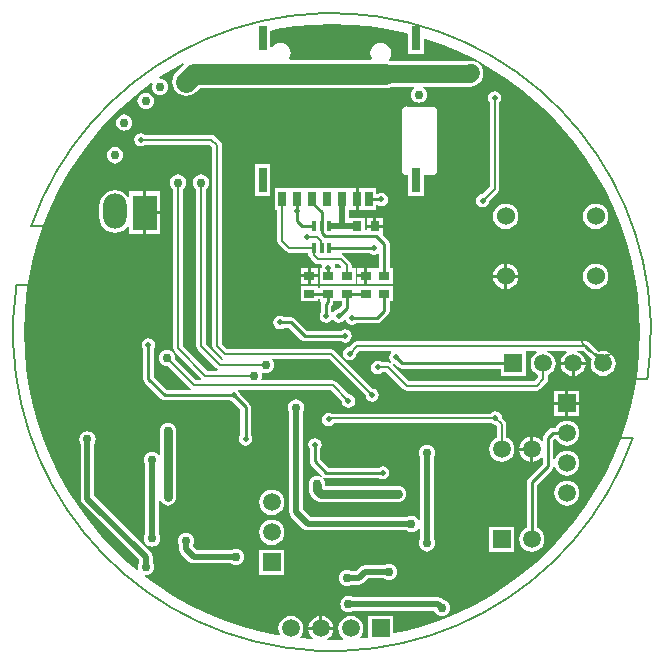
<source format=gbl>
%FSLAX25Y25*%
%MOIN*%
G70*
G01*
G75*
G04 Layer_Physical_Order=2*
G04 Layer_Color=16711680*
%ADD10R,0.02756X0.03347*%
%ADD11R,0.03347X0.02756*%
%ADD12R,0.03937X0.03150*%
%ADD13R,0.07874X0.06000*%
%ADD14R,0.07000X0.03150*%
%ADD15O,0.07087X0.02362*%
%ADD16O,0.02362X0.07087*%
%ADD17R,0.03937X0.02362*%
%ADD18R,0.02362X0.03937*%
%ADD19R,0.01181X0.02165*%
%ADD20R,0.01181X0.03150*%
%ADD21R,0.02165X0.01181*%
%ADD22R,0.03150X0.01181*%
%ADD23O,0.05500X0.02500*%
%ADD24R,0.05500X0.02500*%
%ADD25R,0.08661X0.11811*%
%ADD26O,0.02500X0.05500*%
%ADD27R,0.02500X0.05500*%
%ADD28O,0.03543X0.01969*%
%ADD29R,0.03543X0.01969*%
%ADD30O,0.03543X0.01969*%
%ADD31C,0.01000*%
%ADD32C,0.00800*%
%ADD33C,0.03000*%
%ADD34C,0.02000*%
%ADD35C,0.04000*%
%ADD36C,0.05000*%
%ADD37C,0.06000*%
%ADD38C,0.00600*%
%ADD39C,0.02500*%
%ADD40C,0.00500*%
%ADD41C,0.06000*%
%ADD42R,0.05906X0.05906*%
%ADD43C,0.05906*%
%ADD44R,0.05906X0.05906*%
%ADD45O,0.07874X0.11811*%
%ADD46R,0.07874X0.11811*%
%ADD47C,0.03000*%
%ADD48C,0.02000*%
%ADD49C,0.05000*%
%ADD50R,0.02559X0.04843*%
%ADD51R,0.02756X0.08268*%
%ADD52R,0.01575X0.03347*%
%ADD53C,0.07000*%
G36*
X6196Y102440D02*
X12370Y101879D01*
X18499Y100946D01*
X24560Y99645D01*
X25449Y99398D01*
Y92594D01*
X30605D01*
Y97525D01*
X31012Y97815D01*
X36392Y95958D01*
X42120Y93586D01*
X47693Y90872D01*
X53093Y87827D01*
X58299Y84461D01*
X63292Y80787D01*
X68055Y76818D01*
X72569Y72569D01*
X76818Y68055D01*
X80787Y63292D01*
X84461Y58299D01*
X87827Y53093D01*
X90872Y47693D01*
X93586Y42120D01*
X95958Y36392D01*
X97981Y30532D01*
X99645Y24560D01*
X100946Y18499D01*
X101879Y12370D01*
X102440Y6196D01*
X102628Y0D01*
X102440Y-6196D01*
X101879Y-12370D01*
X100946Y-18499D01*
X99645Y-24560D01*
X97981Y-30532D01*
X95958Y-36392D01*
X93586Y-42120D01*
X90872Y-47693D01*
X87827Y-53093D01*
X84461Y-58299D01*
X80787Y-63292D01*
X76818Y-68055D01*
X72569Y-72569D01*
X68055Y-76818D01*
X63292Y-80787D01*
X58299Y-84461D01*
X53093Y-87827D01*
X47693Y-90872D01*
X42120Y-93586D01*
X36392Y-95958D01*
X30532Y-97981D01*
X24560Y-99645D01*
X20842Y-100444D01*
X20453Y-100129D01*
Y-94647D01*
X12147D01*
Y-101900D01*
X9552Y-102135D01*
X9311Y-101697D01*
X9927Y-100894D01*
X10346Y-99884D01*
X10489Y-98800D01*
X10346Y-97716D01*
X9927Y-96706D01*
X9262Y-95838D01*
X8394Y-95173D01*
X7384Y-94754D01*
X6300Y-94611D01*
X5216Y-94754D01*
X4206Y-95173D01*
X3338Y-95838D01*
X2673Y-96706D01*
X2254Y-97716D01*
X2111Y-98800D01*
X2254Y-99884D01*
X2673Y-100894D01*
X3338Y-101762D01*
X3706Y-102044D01*
X3553Y-102520D01*
X0Y-102628D01*
X-1578Y-102580D01*
X-1606Y-102427D01*
X-738Y-101762D01*
X-73Y-100894D01*
X346Y-99884D01*
X423Y-99300D01*
X-7823D01*
X-7746Y-99884D01*
X-7327Y-100894D01*
X-6662Y-101762D01*
X-6434Y-101936D01*
X-6616Y-102402D01*
X-10659Y-102035D01*
X-10738Y-101762D01*
X-10073Y-100894D01*
X-9654Y-99884D01*
X-9511Y-98800D01*
X-9654Y-97716D01*
X-10073Y-96706D01*
X-10738Y-95838D01*
X-11606Y-95173D01*
X-12616Y-94754D01*
X-13700Y-94611D01*
X-14784Y-94754D01*
X-15794Y-95173D01*
X-16662Y-95838D01*
X-17327Y-96706D01*
X-17746Y-97716D01*
X-17889Y-98800D01*
X-17746Y-99884D01*
X-17420Y-100670D01*
X-17729Y-101064D01*
X-18499Y-100946D01*
X-24560Y-99645D01*
X-30532Y-97981D01*
X-36392Y-95958D01*
X-42120Y-93586D01*
X-47693Y-90872D01*
X-53093Y-87827D01*
X-58299Y-84461D01*
X-62539Y-81341D01*
X-62353Y-80877D01*
X-62000Y-80923D01*
X-61295Y-80831D01*
X-60638Y-80559D01*
X-60074Y-80126D01*
X-59641Y-79562D01*
X-59369Y-78905D01*
X-59277Y-78200D01*
X-59369Y-77495D01*
X-59641Y-76838D01*
X-59757Y-76688D01*
Y-75000D01*
X-59928Y-74142D01*
X-60414Y-73414D01*
X-79257Y-54571D01*
Y-37301D01*
X-79141Y-37151D01*
X-78869Y-36494D01*
X-78777Y-35789D01*
X-78869Y-35084D01*
X-79141Y-34427D01*
X-79574Y-33863D01*
X-80138Y-33430D01*
X-80795Y-33158D01*
X-81500Y-33066D01*
X-82205Y-33158D01*
X-82862Y-33430D01*
X-83426Y-33863D01*
X-83859Y-34427D01*
X-84131Y-35084D01*
X-84223Y-35789D01*
X-84131Y-36494D01*
X-83859Y-37151D01*
X-83743Y-37301D01*
Y-55500D01*
X-83572Y-56358D01*
X-83086Y-57086D01*
X-83086Y-57086D01*
X-83086Y-57086D01*
X-64243Y-75929D01*
Y-76688D01*
X-64359Y-76838D01*
X-64631Y-77495D01*
X-64723Y-78200D01*
X-64631Y-78905D01*
X-64545Y-79110D01*
X-64948Y-79407D01*
X-68055Y-76818D01*
X-72569Y-72569D01*
X-76818Y-68055D01*
X-80787Y-63292D01*
X-84461Y-58299D01*
X-87827Y-53093D01*
X-90872Y-47693D01*
X-93586Y-42120D01*
X-95958Y-36392D01*
X-97981Y-30532D01*
X-99645Y-24560D01*
X-100946Y-18499D01*
X-101879Y-12370D01*
X-102440Y-6196D01*
X-102628Y0D01*
X-102440Y6196D01*
X-101879Y12370D01*
X-100946Y18499D01*
X-99645Y24560D01*
X-97981Y30532D01*
X-95958Y36392D01*
X-93586Y42120D01*
X-90872Y47693D01*
X-87827Y53093D01*
X-84461Y58299D01*
X-80787Y63292D01*
X-76818Y68055D01*
X-72569Y72569D01*
X-68055Y76818D01*
X-63292Y80787D01*
X-60153Y83097D01*
X-59759Y82788D01*
X-59888Y82477D01*
X-59981Y81772D01*
X-59888Y81068D01*
X-59616Y80411D01*
X-59183Y79847D01*
X-58619Y79414D01*
X-57963Y79142D01*
X-57258Y79049D01*
X-56553Y79142D01*
X-55896Y79414D01*
X-55332Y79847D01*
X-54899Y80411D01*
X-54627Y81068D01*
X-54534Y81772D01*
X-54627Y82477D01*
X-54899Y83134D01*
X-55332Y83698D01*
X-55896Y84131D01*
X-56553Y84403D01*
X-57258Y84496D01*
X-57369Y84481D01*
X-57542Y84950D01*
X-53093Y87827D01*
X-49553Y89823D01*
X-49278Y89406D01*
X-49348Y89352D01*
X-51903Y86797D01*
X-52657Y85815D01*
X-53130Y84672D01*
X-53292Y83445D01*
X-53130Y82218D01*
X-52657Y81075D01*
X-51903Y80093D01*
X-50921Y79339D01*
X-49778Y78866D01*
X-48551Y78704D01*
X-47324Y78866D01*
X-46181Y79339D01*
X-45199Y80093D01*
X-44032Y81259D01*
X17600D01*
X18827Y81421D01*
X19655Y81764D01*
X27190D01*
X27350Y81290D01*
X27074Y81078D01*
X26642Y80514D01*
X26370Y79858D01*
X26277Y79153D01*
X26370Y78448D01*
X26642Y77791D01*
X27074Y77227D01*
X27638Y76794D01*
X28295Y76522D01*
X29000Y76429D01*
X29705Y76522D01*
X30362Y76794D01*
X30926Y77227D01*
X31358Y77791D01*
X31631Y78448D01*
X31723Y79153D01*
X31631Y79858D01*
X31358Y80514D01*
X30926Y81078D01*
X30362Y81511D01*
X30412Y81764D01*
X46000D01*
X47096Y81908D01*
X48118Y82331D01*
X48996Y83004D01*
X49196Y83205D01*
X49869Y84082D01*
X50292Y85104D01*
X50436Y86200D01*
X50292Y87296D01*
X49869Y88318D01*
X49196Y89196D01*
X48318Y89869D01*
X47296Y90292D01*
X46200Y90436D01*
X45104Y90292D01*
X44969Y90236D01*
X19655D01*
X18827Y90579D01*
X18806Y90629D01*
X19288Y91256D01*
X19637Y92101D01*
X19757Y93007D01*
X19637Y93913D01*
X19288Y94758D01*
X18731Y95483D01*
X18006Y96040D01*
X17161Y96389D01*
X16255Y96509D01*
X15349Y96389D01*
X14504Y96040D01*
X13779Y95483D01*
X13223Y94758D01*
X12873Y93913D01*
X12754Y93007D01*
X12873Y92101D01*
X13223Y91256D01*
X13274Y91189D01*
X13053Y90741D01*
X-14007D01*
X-14229Y91189D01*
X-14177Y91256D01*
X-13827Y92101D01*
X-13708Y93007D01*
X-13827Y93913D01*
X-14177Y94758D01*
X-14733Y95483D01*
X-15459Y96040D01*
X-16303Y96389D01*
X-17210Y96509D01*
X-18116Y96389D01*
X-18960Y96040D01*
X-19685Y95483D01*
X-20064Y94990D01*
X-20537Y95151D01*
Y100509D01*
X-18499Y100946D01*
X-12370Y101879D01*
X-6196Y102440D01*
X0Y102628D01*
X6196Y102440D01*
D02*
G37*
%LPC*%
G36*
X77800Y-24200D02*
X74147D01*
Y-27853D01*
X77800D01*
Y-24200D01*
D02*
G37*
G36*
X82453D02*
X78800D01*
Y-27853D01*
X82453D01*
Y-24200D01*
D02*
G37*
G36*
X54500Y-26457D02*
X53642Y-26628D01*
X52914Y-27114D01*
X52876Y-27171D01*
X-28D01*
X-242Y-27028D01*
X-1100Y-26857D01*
X-1958Y-27028D01*
X-2686Y-27514D01*
X-3172Y-28242D01*
X-3343Y-29100D01*
X-3172Y-29958D01*
X-2686Y-30686D01*
X-1958Y-31172D01*
X-1100Y-31343D01*
X-242Y-31172D01*
X486Y-30686D01*
X791Y-30229D01*
X52876D01*
X52914Y-30286D01*
X53642Y-30772D01*
X54500Y-30943D01*
X54567Y-30930D01*
X55071Y-31433D01*
Y-35239D01*
X54506Y-35473D01*
X53638Y-36138D01*
X52973Y-37006D01*
X52554Y-38016D01*
X52411Y-39100D01*
X52554Y-40184D01*
X52973Y-41194D01*
X53638Y-42062D01*
X54506Y-42727D01*
X55516Y-43146D01*
X56600Y-43289D01*
X57684Y-43146D01*
X58694Y-42727D01*
X59562Y-42062D01*
X60227Y-41194D01*
X60646Y-40184D01*
X60789Y-39100D01*
X60646Y-38016D01*
X60227Y-37006D01*
X59562Y-36138D01*
X58694Y-35473D01*
X58129Y-35239D01*
Y-30800D01*
X58013Y-30215D01*
X57681Y-29719D01*
X56730Y-28767D01*
X56743Y-28700D01*
X56572Y-27842D01*
X56086Y-27114D01*
X55358Y-26628D01*
X54500Y-26457D01*
D02*
G37*
G36*
X-54700Y-30151D02*
X-55405Y-30244D01*
X-56062Y-30516D01*
X-56626Y-30948D01*
X-57059Y-31512D01*
X-57331Y-32169D01*
X-57423Y-32874D01*
Y-40845D01*
X-57897Y-41006D01*
X-58074Y-40774D01*
X-58638Y-40342D01*
X-59295Y-40069D01*
X-60000Y-39977D01*
X-60705Y-40069D01*
X-61362Y-40342D01*
X-61926Y-40774D01*
X-62358Y-41338D01*
X-62630Y-41995D01*
X-62723Y-42700D01*
X-62630Y-43405D01*
X-62358Y-44062D01*
X-62243Y-44212D01*
Y-67288D01*
X-62358Y-67438D01*
X-62630Y-68095D01*
X-62723Y-68800D01*
X-62630Y-69505D01*
X-62358Y-70162D01*
X-61926Y-70726D01*
X-61362Y-71158D01*
X-60705Y-71430D01*
X-60000Y-71523D01*
X-59295Y-71430D01*
X-58638Y-71158D01*
X-58074Y-70726D01*
X-57642Y-70162D01*
X-57370Y-69505D01*
X-57277Y-68800D01*
X-57370Y-68095D01*
X-57642Y-67438D01*
X-57757Y-67288D01*
Y-56057D01*
X-57266Y-55959D01*
X-57059Y-56462D01*
X-56626Y-57026D01*
X-56062Y-57459D01*
X-55405Y-57731D01*
X-54700Y-57823D01*
X-53995Y-57731D01*
X-53338Y-57459D01*
X-52774Y-57026D01*
X-52342Y-56462D01*
X-52069Y-55805D01*
X-51977Y-55100D01*
Y-32874D01*
X-52069Y-32169D01*
X-52342Y-31512D01*
X-52774Y-30948D01*
X-53338Y-30516D01*
X-53995Y-30244D01*
X-54700Y-30151D01*
D02*
G37*
G36*
X66100Y-34977D02*
X65516Y-35054D01*
X64506Y-35473D01*
X63638Y-36138D01*
X62973Y-37006D01*
X62554Y-38016D01*
X62477Y-38600D01*
X66100D01*
Y-34977D01*
D02*
G37*
G36*
X78300Y-29511D02*
X77216Y-29654D01*
X76206Y-30073D01*
X75338Y-30738D01*
X74673Y-31606D01*
X74523Y-31967D01*
X73600D01*
X72937Y-32099D01*
X72374Y-32474D01*
X70874Y-33974D01*
X70499Y-34537D01*
X70367Y-35200D01*
Y-36410D01*
X69893Y-36570D01*
X69562Y-36138D01*
X68694Y-35473D01*
X67684Y-35054D01*
X67100Y-34977D01*
Y-39101D01*
Y-43223D01*
X67684Y-43146D01*
X68694Y-42727D01*
X69562Y-42062D01*
X69893Y-41630D01*
X70367Y-41791D01*
Y-43921D01*
X65374Y-48914D01*
X64999Y-49476D01*
X64867Y-50139D01*
Y-65323D01*
X64506Y-65473D01*
X63638Y-66138D01*
X62973Y-67006D01*
X62554Y-68016D01*
X62411Y-69100D01*
X62554Y-70184D01*
X62973Y-71194D01*
X63638Y-72062D01*
X64506Y-72727D01*
X65516Y-73146D01*
X66600Y-73289D01*
X67684Y-73146D01*
X68694Y-72727D01*
X69562Y-72062D01*
X70227Y-71194D01*
X70646Y-70184D01*
X70789Y-69100D01*
X70646Y-68016D01*
X70227Y-67006D01*
X69562Y-66138D01*
X68694Y-65473D01*
X68333Y-65323D01*
Y-50857D01*
X73326Y-45865D01*
X73326Y-45865D01*
X73701Y-45303D01*
X73782Y-44895D01*
X74280Y-44846D01*
X74673Y-45794D01*
X75338Y-46662D01*
X76206Y-47327D01*
X77216Y-47746D01*
X78300Y-47889D01*
X79384Y-47746D01*
X80394Y-47327D01*
X81262Y-46662D01*
X81927Y-45794D01*
X82346Y-44784D01*
X82489Y-43700D01*
X82346Y-42616D01*
X81927Y-41606D01*
X81262Y-40738D01*
X80394Y-40073D01*
X79384Y-39654D01*
X78300Y-39511D01*
X77216Y-39654D01*
X76206Y-40073D01*
X75338Y-40738D01*
X74673Y-41606D01*
X74324Y-42448D01*
X73833Y-42351D01*
Y-35939D01*
X74220Y-35621D01*
X74635Y-35704D01*
X74673Y-35794D01*
X75338Y-36662D01*
X76206Y-37327D01*
X77216Y-37746D01*
X78300Y-37889D01*
X79384Y-37746D01*
X80394Y-37327D01*
X81262Y-36662D01*
X81927Y-35794D01*
X82346Y-34784D01*
X82489Y-33700D01*
X82346Y-32616D01*
X81927Y-31606D01*
X81262Y-30738D01*
X80394Y-30073D01*
X79384Y-29654D01*
X78300Y-29511D01*
D02*
G37*
G36*
X77800Y-19547D02*
X74147D01*
Y-23200D01*
X77800D01*
Y-19547D01*
D02*
G37*
G36*
X84523Y-10974D02*
X80900D01*
Y-14597D01*
X81484Y-14520D01*
X82494Y-14101D01*
X83362Y-13436D01*
X84027Y-12568D01*
X84446Y-11558D01*
X84523Y-10974D01*
D02*
G37*
G36*
X-63700Y66343D02*
X-64558Y66172D01*
X-65286Y65686D01*
X-65772Y64958D01*
X-65943Y64100D01*
X-65772Y63242D01*
X-65286Y62514D01*
X-64558Y62028D01*
X-63700Y61857D01*
X-62842Y62028D01*
X-62182Y62469D01*
X-40876D01*
X-39931Y61524D01*
Y50800D01*
Y-4574D01*
X-39807Y-5198D01*
X-39454Y-5728D01*
X-36654Y-8528D01*
X-36150Y-8864D01*
X-36254Y-9207D01*
X-36739Y-9328D01*
X-41969Y-4098D01*
Y47675D01*
X-41674Y47900D01*
X-41242Y48464D01*
X-40969Y49121D01*
X-40877Y49826D01*
X-40969Y50531D01*
X-41242Y51188D01*
X-41674Y51752D01*
X-42238Y52184D01*
X-42895Y52456D01*
X-43600Y52549D01*
X-44305Y52456D01*
X-44962Y52184D01*
X-45526Y51752D01*
X-45958Y51188D01*
X-46231Y50531D01*
X-46323Y49826D01*
X-46231Y49121D01*
X-45958Y48464D01*
X-45526Y47900D01*
X-45231Y47675D01*
Y-4774D01*
X-45231Y-4774D01*
X-45231D01*
X-45107Y-5398D01*
X-44754Y-5928D01*
X-38554Y-12128D01*
X-38050Y-12464D01*
X-38195Y-12943D01*
X-41524D01*
X-49669Y-4798D01*
Y47675D01*
X-49374Y47900D01*
X-48942Y48464D01*
X-48669Y49121D01*
X-48577Y49826D01*
X-48669Y50531D01*
X-48942Y51188D01*
X-49374Y51752D01*
X-49938Y52184D01*
X-50595Y52456D01*
X-51300Y52549D01*
X-52005Y52456D01*
X-52662Y52184D01*
X-53226Y51752D01*
X-53658Y51188D01*
X-53930Y50531D01*
X-54023Y49826D01*
X-53930Y49121D01*
X-53658Y48464D01*
X-53226Y47900D01*
X-52931Y47675D01*
Y-5474D01*
X-52931Y-5474D01*
X-52931D01*
X-52807Y-6098D01*
X-52454Y-6628D01*
X-43500Y-15581D01*
X-43692Y-16043D01*
X-45224D01*
X-52325Y-8942D01*
X-52277Y-8574D01*
X-52369Y-7869D01*
X-52641Y-7212D01*
X-53074Y-6648D01*
X-53638Y-6216D01*
X-54295Y-5943D01*
X-55000Y-5851D01*
X-55705Y-5943D01*
X-56362Y-6216D01*
X-56926Y-6648D01*
X-57358Y-7212D01*
X-57630Y-7869D01*
X-57723Y-8574D01*
X-57630Y-9279D01*
X-57358Y-9936D01*
X-56926Y-10500D01*
X-56362Y-10932D01*
X-55705Y-11204D01*
X-55000Y-11297D01*
X-54632Y-11249D01*
X-47054Y-18828D01*
X-47002Y-18862D01*
X-47147Y-19341D01*
X-55082D01*
X-59447Y-14976D01*
Y-5620D01*
X-59108Y-5113D01*
X-58937Y-4254D01*
X-59108Y-3396D01*
X-59594Y-2668D01*
X-60322Y-2182D01*
X-61180Y-2011D01*
X-62039Y-2182D01*
X-62766Y-2668D01*
X-63253Y-3396D01*
X-63423Y-4254D01*
X-63253Y-5113D01*
X-62914Y-5620D01*
Y-15694D01*
X-62782Y-16357D01*
X-62406Y-16919D01*
X-62406Y-16919D01*
X-62406Y-16919D01*
X-57026Y-22300D01*
X-56463Y-22675D01*
X-55800Y-22807D01*
X-34166D01*
X-33658Y-23146D01*
X-33060Y-23265D01*
X-30533Y-25792D01*
Y-34234D01*
X-30872Y-34742D01*
X-31043Y-35600D01*
X-30872Y-36458D01*
X-30386Y-37186D01*
X-29658Y-37672D01*
X-28800Y-37843D01*
X-27942Y-37672D01*
X-27214Y-37186D01*
X-26728Y-36458D01*
X-26557Y-35600D01*
X-26728Y-34742D01*
X-27067Y-34234D01*
Y-25074D01*
X-27199Y-24411D01*
X-27574Y-23848D01*
X-30609Y-20814D01*
X-30728Y-20216D01*
X-31214Y-19488D01*
X-31159Y-19305D01*
X-476D01*
X3273Y-23054D01*
X3428Y-23832D01*
X3914Y-24560D01*
X4642Y-25046D01*
X5500Y-25217D01*
X6358Y-25046D01*
X7086Y-24560D01*
X7572Y-23832D01*
X7743Y-22974D01*
X7572Y-22116D01*
X7086Y-21388D01*
X6358Y-20902D01*
X5580Y-20747D01*
X1354Y-16521D01*
X824Y-16167D01*
X200Y-16043D01*
X-23236D01*
X-23514Y-15627D01*
X-23370Y-15279D01*
X-23277Y-14574D01*
X-23370Y-13869D01*
X-23390Y-13821D01*
X-23036Y-13467D01*
X-22705Y-13604D01*
X-22000Y-13697D01*
X-21295Y-13604D01*
X-20638Y-13332D01*
X-20074Y-12900D01*
X-19642Y-12336D01*
X-19369Y-11679D01*
X-19277Y-10974D01*
X-19369Y-10269D01*
X-19642Y-9612D01*
X-20074Y-9048D01*
X-20060Y-9005D01*
X-931D01*
X11197Y-21133D01*
X11352Y-21912D01*
X11838Y-22639D01*
X12566Y-23126D01*
X13424Y-23296D01*
X14283Y-23126D01*
X15010Y-22639D01*
X15496Y-21912D01*
X15667Y-21053D01*
X15496Y-20195D01*
X15010Y-19467D01*
X14283Y-18981D01*
X13504Y-18826D01*
X898Y-6221D01*
X369Y-5867D01*
X-255Y-5743D01*
X-34824D01*
X-36669Y-3898D01*
Y50800D01*
Y62200D01*
X-36793Y62824D01*
X-37146Y63354D01*
X-39046Y65254D01*
X-39576Y65607D01*
X-40200Y65731D01*
X-62182D01*
X-62842Y66172D01*
X-63700Y66343D01*
D02*
G37*
G36*
X-17300Y5469D02*
X-18158Y5298D01*
X-18886Y4812D01*
X-19372Y4084D01*
X-19543Y3226D01*
X-19372Y2368D01*
X-18886Y1640D01*
X-18158Y1154D01*
X-17300Y983D01*
X-16442Y1154D01*
X-15934Y1493D01*
X-14244D01*
X-10252Y-2500D01*
X-10252Y-2500D01*
X-10252D01*
X-10252Y-2500D01*
X-10252D01*
X-10252Y-2500D01*
Y-2500D01*
Y-2500D01*
D01*
D01*
X-10252D01*
Y-2500D01*
X-9689Y-2875D01*
X-9026Y-3007D01*
X3034D01*
X3542Y-3346D01*
X4400Y-3517D01*
X5258Y-3346D01*
X5986Y-2860D01*
X6472Y-2132D01*
X6643Y-1274D01*
X6472Y-416D01*
X5986Y312D01*
X5258Y798D01*
X4400Y969D01*
X3542Y798D01*
X3034Y459D01*
X-8308D01*
X-12300Y4452D01*
X-12863Y4827D01*
X-13526Y4959D01*
X-15934D01*
X-16442Y5298D01*
X-17300Y5469D01*
D02*
G37*
G36*
X82453Y-19547D02*
X78800D01*
Y-23200D01*
X82453D01*
Y-19547D01*
D02*
G37*
G36*
X84700Y-3143D02*
X8300D01*
X7676Y-3267D01*
X7147Y-3621D01*
X5820Y-4947D01*
X5042Y-5102D01*
X4314Y-5588D01*
X3828Y-6316D01*
X3657Y-7174D01*
X3828Y-8032D01*
X4314Y-8760D01*
X5042Y-9246D01*
X5900Y-9417D01*
X6758Y-9246D01*
X7486Y-8760D01*
X7972Y-8032D01*
X8127Y-7254D01*
X8976Y-6405D01*
X19575D01*
X19720Y-6884D01*
X19714Y-6888D01*
X19228Y-7616D01*
X19057Y-8474D01*
X19228Y-9332D01*
X19570Y-9845D01*
X19292Y-10261D01*
X18700Y-10143D01*
X16718D01*
X16058Y-9702D01*
X15200Y-9531D01*
X14342Y-9702D01*
X13614Y-10188D01*
X13128Y-10916D01*
X12957Y-11774D01*
X13128Y-12632D01*
X13614Y-13360D01*
X14342Y-13846D01*
X15200Y-14017D01*
X16058Y-13846D01*
X16718Y-13405D01*
X18024D01*
X23746Y-19128D01*
X23746D01*
X23746Y-19128D01*
X23746Y-19128D01*
Y-19128D01*
X24276Y-19481D01*
X24900Y-19605D01*
X68200D01*
X68824Y-19481D01*
X69353Y-19128D01*
X71553Y-16928D01*
X71907Y-16398D01*
X72031Y-15774D01*
Y-14293D01*
X72494Y-14101D01*
X73362Y-13436D01*
X74027Y-12568D01*
X74446Y-11558D01*
X74589Y-10474D01*
X74446Y-9390D01*
X74027Y-8380D01*
X73362Y-7512D01*
X72494Y-6847D01*
X71484Y-6428D01*
Y-6428D01*
X71486Y-6405D01*
X78103D01*
X78264Y-6879D01*
X77438Y-7512D01*
X76773Y-8380D01*
X76354Y-9390D01*
X76277Y-9974D01*
X84523D01*
X84446Y-9390D01*
X84027Y-8380D01*
X83362Y-7512D01*
X82494Y-6847D01*
X81484Y-6428D01*
Y-6428D01*
X81486Y-6405D01*
X84024D01*
X86546Y-8927D01*
X86354Y-9390D01*
X86211Y-10474D01*
X86354Y-11558D01*
X86773Y-12568D01*
X87438Y-13436D01*
X88306Y-14101D01*
X89316Y-14520D01*
X90400Y-14663D01*
X91484Y-14520D01*
X92494Y-14101D01*
X93362Y-13436D01*
X94027Y-12568D01*
X94446Y-11558D01*
X94589Y-10474D01*
X94446Y-9390D01*
X94027Y-8380D01*
X93362Y-7512D01*
X92494Y-6847D01*
X91484Y-6428D01*
X90400Y-6285D01*
X89316Y-6428D01*
X88853Y-6620D01*
X85853Y-3621D01*
X85324Y-3267D01*
X84700Y-3143D01*
D02*
G37*
G36*
X79900Y-10974D02*
X76277D01*
X76354Y-11558D01*
X76773Y-12568D01*
X77438Y-13436D01*
X78306Y-14101D01*
X79316Y-14520D01*
X79900Y-14597D01*
Y-10974D01*
D02*
G37*
G36*
X-15947Y-72621D02*
X-24253D01*
Y-80927D01*
X-15947D01*
Y-72621D01*
D02*
G37*
G36*
X19000Y-77177D02*
X18295Y-77270D01*
X17638Y-77542D01*
X17488Y-77657D01*
X10974D01*
X10116Y-77828D01*
X9388Y-78314D01*
X7971Y-79731D01*
X6512D01*
X6362Y-79616D01*
X5705Y-79343D01*
X5000Y-79251D01*
X4295Y-79343D01*
X3638Y-79616D01*
X3074Y-80048D01*
X2642Y-80612D01*
X2369Y-81269D01*
X2277Y-81974D01*
X2369Y-82679D01*
X2642Y-83336D01*
X3074Y-83900D01*
X3638Y-84333D01*
X4295Y-84605D01*
X5000Y-84697D01*
X5705Y-84605D01*
X6362Y-84333D01*
X6512Y-84217D01*
X8900D01*
X9758Y-84046D01*
X10486Y-83560D01*
X11903Y-82143D01*
X17488D01*
X17638Y-82258D01*
X18295Y-82530D01*
X19000Y-82623D01*
X19705Y-82530D01*
X20362Y-82258D01*
X20926Y-81826D01*
X21358Y-81262D01*
X21631Y-80605D01*
X21723Y-79900D01*
X21631Y-79195D01*
X21358Y-78538D01*
X20926Y-77974D01*
X20362Y-77542D01*
X19705Y-77270D01*
X19000Y-77177D01*
D02*
G37*
G36*
X-48700Y-66851D02*
X-49405Y-66944D01*
X-50062Y-67216D01*
X-50626Y-67648D01*
X-51058Y-68212D01*
X-51331Y-68869D01*
X-51423Y-69574D01*
X-51331Y-70279D01*
X-51058Y-70936D01*
X-50943Y-71086D01*
Y-72300D01*
X-50772Y-73158D01*
X-50286Y-73886D01*
X-50286Y-73886D01*
X-50286Y-73886D01*
X-47686Y-76486D01*
X-46958Y-76972D01*
X-46100Y-77143D01*
X-33512D01*
X-33362Y-77258D01*
X-32705Y-77530D01*
X-32000Y-77623D01*
X-31295Y-77530D01*
X-30638Y-77258D01*
X-30074Y-76826D01*
X-29642Y-76262D01*
X-29370Y-75605D01*
X-29277Y-74900D01*
X-29370Y-74195D01*
X-29642Y-73538D01*
X-30074Y-72974D01*
X-30638Y-72541D01*
X-31295Y-72269D01*
X-32000Y-72177D01*
X-32705Y-72269D01*
X-33362Y-72541D01*
X-33512Y-72657D01*
X-45171D01*
X-46457Y-71371D01*
Y-71086D01*
X-46342Y-70936D01*
X-46069Y-70279D01*
X-45977Y-69574D01*
X-46069Y-68869D01*
X-46342Y-68212D01*
X-46774Y-67648D01*
X-47338Y-67216D01*
X-47995Y-66944D01*
X-48700Y-66851D01*
D02*
G37*
G36*
X-4200Y-94677D02*
X-4784Y-94754D01*
X-5794Y-95173D01*
X-6662Y-95838D01*
X-7327Y-96706D01*
X-7746Y-97716D01*
X-7823Y-98300D01*
X-4200D01*
Y-94677D01*
D02*
G37*
G36*
X-3200D02*
Y-98300D01*
X423D01*
X346Y-97716D01*
X-73Y-96706D01*
X-738Y-95838D01*
X-1606Y-95173D01*
X-2616Y-94754D01*
X-3200Y-94677D01*
D02*
G37*
G36*
X5500Y-87877D02*
X4795Y-87969D01*
X4138Y-88241D01*
X3574Y-88674D01*
X3142Y-89238D01*
X2870Y-89895D01*
X2777Y-90600D01*
X2870Y-91305D01*
X3142Y-91962D01*
X3574Y-92526D01*
X4138Y-92958D01*
X4795Y-93230D01*
X5500Y-93323D01*
X6205Y-93230D01*
X6862Y-92958D01*
X7012Y-92843D01*
X34124D01*
X34286Y-93236D01*
X34719Y-93800D01*
X35283Y-94232D01*
X35940Y-94504D01*
X36645Y-94597D01*
X37350Y-94504D01*
X38006Y-94232D01*
X38570Y-93800D01*
X39003Y-93236D01*
X39275Y-92579D01*
X39368Y-91874D01*
X39275Y-91169D01*
X39003Y-90512D01*
X38570Y-89948D01*
X38006Y-89516D01*
X37350Y-89244D01*
X37162Y-89219D01*
X36957Y-89014D01*
X36229Y-88528D01*
X35371Y-88357D01*
X7012D01*
X6862Y-88241D01*
X6205Y-87969D01*
X5500Y-87877D01*
D02*
G37*
G36*
X60753Y-64947D02*
X52447D01*
Y-73253D01*
X60753D01*
Y-64947D01*
D02*
G37*
G36*
X78300Y-49511D02*
X77216Y-49654D01*
X76206Y-50073D01*
X75338Y-50738D01*
X74673Y-51606D01*
X74254Y-52616D01*
X74111Y-53700D01*
X74254Y-54784D01*
X74673Y-55794D01*
X75338Y-56662D01*
X76206Y-57327D01*
X77216Y-57746D01*
X78300Y-57889D01*
X79384Y-57746D01*
X80394Y-57327D01*
X81262Y-56662D01*
X81927Y-55794D01*
X82346Y-54784D01*
X82489Y-53700D01*
X82346Y-52616D01*
X81927Y-51606D01*
X81262Y-50738D01*
X80394Y-50073D01*
X79384Y-49654D01*
X78300Y-49511D01*
D02*
G37*
G36*
X-5700Y-35357D02*
X-6558Y-35528D01*
X-7286Y-36014D01*
X-7772Y-36742D01*
X-7943Y-37600D01*
X-7772Y-38458D01*
X-7433Y-38966D01*
Y-43100D01*
X-7301Y-43763D01*
X-6926Y-44326D01*
X-6926Y-44326D01*
X-6926Y-44326D01*
X-3333Y-47918D01*
X-3638Y-48316D01*
X-4295Y-48044D01*
X-5000Y-47951D01*
X-5705Y-48044D01*
X-6362Y-48316D01*
X-6926Y-48748D01*
X-7359Y-49312D01*
X-7631Y-49969D01*
X-7723Y-50674D01*
X-7710Y-50774D01*
X-7723Y-50874D01*
Y-52574D01*
X-7631Y-53279D01*
X-7631Y-53279D01*
X-7631Y-53279D01*
X-7359Y-53936D01*
X-6926Y-54500D01*
X-5511Y-55914D01*
X-4947Y-56347D01*
X-4291Y-56619D01*
X-3586Y-56712D01*
X22114D01*
X22819Y-56619D01*
X23476Y-56347D01*
X24040Y-55914D01*
X24473Y-55350D01*
X24745Y-54693D01*
X24837Y-53988D01*
X24745Y-53283D01*
X24473Y-52627D01*
X24040Y-52062D01*
X23476Y-51630D01*
X22819Y-51358D01*
X22114Y-51265D01*
X-2277D01*
Y-50874D01*
X-2290Y-50774D01*
X-2277Y-50674D01*
X-2369Y-49969D01*
X-2642Y-49312D01*
X-3067Y-48758D01*
X-2725Y-48393D01*
X-2563Y-48501D01*
X-1900Y-48633D01*
X15534D01*
X16042Y-48972D01*
X16900Y-49143D01*
X17758Y-48972D01*
X18486Y-48486D01*
X18972Y-47758D01*
X19143Y-46900D01*
X18972Y-46042D01*
X18486Y-45314D01*
X17758Y-44828D01*
X16900Y-44657D01*
X16042Y-44828D01*
X15534Y-45167D01*
X-1182D01*
X-3967Y-42382D01*
Y-38966D01*
X-3628Y-38458D01*
X-3457Y-37600D01*
X-3628Y-36742D01*
X-4114Y-36014D01*
X-4842Y-35528D01*
X-5700Y-35357D01*
D02*
G37*
G36*
X66100Y-39600D02*
X62477D01*
X62554Y-40184D01*
X62973Y-41194D01*
X63638Y-42062D01*
X64506Y-42727D01*
X65516Y-43146D01*
X66100Y-43223D01*
Y-39600D01*
D02*
G37*
G36*
X-12000Y-22451D02*
X-12705Y-22544D01*
X-13362Y-22816D01*
X-13926Y-23248D01*
X-14358Y-23812D01*
X-14630Y-24469D01*
X-14723Y-25174D01*
X-14630Y-25879D01*
X-14358Y-26536D01*
X-14243Y-26686D01*
Y-59900D01*
X-14072Y-60758D01*
X-13586Y-61486D01*
X-9586Y-65486D01*
X-9586Y-65486D01*
X-9586D01*
X-9586Y-65486D01*
X-9586D01*
X-9586Y-65486D01*
Y-65486D01*
Y-65486D01*
D01*
D01*
X-9586D01*
Y-65486D01*
X-8858Y-65972D01*
X-8000Y-66143D01*
X24988D01*
X25138Y-66259D01*
X25795Y-66531D01*
X26500Y-66623D01*
X27205Y-66531D01*
X27862Y-66259D01*
X28426Y-65826D01*
X28858Y-65262D01*
X28911Y-65134D01*
X29402Y-65232D01*
Y-68917D01*
X29286Y-69068D01*
X29014Y-69724D01*
X28921Y-70429D01*
X29014Y-71134D01*
X29286Y-71791D01*
X29719Y-72355D01*
X30283Y-72788D01*
X30940Y-73060D01*
X31645Y-73153D01*
X32350Y-73060D01*
X33007Y-72788D01*
X33571Y-72355D01*
X34003Y-71791D01*
X34275Y-71134D01*
X34368Y-70429D01*
X34275Y-69724D01*
X34003Y-69068D01*
X33888Y-68917D01*
Y-41731D01*
X34003Y-41581D01*
X34275Y-40924D01*
X34368Y-40219D01*
X34275Y-39514D01*
X34003Y-38857D01*
X33571Y-38293D01*
X33007Y-37860D01*
X32350Y-37588D01*
X31645Y-37495D01*
X30940Y-37588D01*
X30283Y-37860D01*
X29719Y-38293D01*
X29286Y-38857D01*
X29014Y-39514D01*
X28921Y-40219D01*
X29014Y-40924D01*
X29286Y-41581D01*
X29402Y-41731D01*
Y-62568D01*
X28911Y-62666D01*
X28858Y-62538D01*
X28426Y-61974D01*
X27862Y-61541D01*
X27205Y-61269D01*
X26500Y-61177D01*
X25795Y-61269D01*
X25138Y-61541D01*
X24988Y-61657D01*
X-7071D01*
X-9757Y-58971D01*
Y-26686D01*
X-9641Y-26536D01*
X-9369Y-25879D01*
X-9277Y-25174D01*
X-9369Y-24469D01*
X-9641Y-23812D01*
X-10074Y-23248D01*
X-10638Y-22816D01*
X-11295Y-22544D01*
X-12000Y-22451D01*
D02*
G37*
G36*
X-20100Y-62585D02*
X-21184Y-62728D01*
X-22194Y-63147D01*
X-23062Y-63812D01*
X-23727Y-64680D01*
X-24146Y-65690D01*
X-24289Y-66774D01*
X-24146Y-67858D01*
X-23727Y-68868D01*
X-23062Y-69736D01*
X-22194Y-70401D01*
X-21184Y-70820D01*
X-20100Y-70963D01*
X-19016Y-70820D01*
X-18006Y-70401D01*
X-17138Y-69736D01*
X-16473Y-68868D01*
X-16054Y-67858D01*
X-15911Y-66774D01*
X-16054Y-65690D01*
X-16473Y-64680D01*
X-17138Y-63812D01*
X-18006Y-63147D01*
X-19016Y-62728D01*
X-20100Y-62585D01*
D02*
G37*
G36*
Y-52585D02*
X-21184Y-52728D01*
X-22194Y-53147D01*
X-23062Y-53812D01*
X-23727Y-54680D01*
X-24146Y-55690D01*
X-24289Y-56774D01*
X-24146Y-57858D01*
X-23727Y-58868D01*
X-23062Y-59736D01*
X-22194Y-60401D01*
X-21184Y-60820D01*
X-20100Y-60963D01*
X-19016Y-60820D01*
X-18006Y-60401D01*
X-17138Y-59736D01*
X-16473Y-58868D01*
X-16054Y-57858D01*
X-15911Y-56774D01*
X-16054Y-55690D01*
X-16473Y-54680D01*
X-17138Y-53812D01*
X-18006Y-53147D01*
X-19016Y-52728D01*
X-20100Y-52585D01*
D02*
G37*
G36*
X87934Y22838D02*
X86837Y22694D01*
X85816Y22271D01*
X84938Y21598D01*
X84265Y20720D01*
X83842Y19699D01*
X83697Y18602D01*
X83842Y17506D01*
X84265Y16484D01*
X84938Y15607D01*
X85816Y14933D01*
X86837Y14510D01*
X87934Y14366D01*
X89030Y14510D01*
X90052Y14933D01*
X90929Y15607D01*
X91602Y16484D01*
X92026Y17506D01*
X92170Y18602D01*
X92026Y19699D01*
X91602Y20720D01*
X90929Y21598D01*
X90052Y22271D01*
X89030Y22694D01*
X87934Y22838D01*
D02*
G37*
G36*
X16878Y38173D02*
X14800D01*
Y35800D01*
X16878D01*
Y38173D01*
D02*
G37*
G36*
X-57263Y46905D02*
X-61900D01*
Y40300D01*
X-57263D01*
Y46905D01*
D02*
G37*
G36*
X54200Y80343D02*
X53342Y80172D01*
X52614Y79686D01*
X52128Y78958D01*
X51957Y78100D01*
X52128Y77242D01*
X52569Y76582D01*
Y48502D01*
X50120Y46053D01*
X49342Y45898D01*
X48614Y45412D01*
X48128Y44684D01*
X47957Y43826D01*
X48128Y42968D01*
X48614Y42240D01*
X49342Y41754D01*
X50200Y41583D01*
X51058Y41754D01*
X51786Y42240D01*
X52272Y42968D01*
X52427Y43746D01*
X55353Y46672D01*
X55707Y47202D01*
X55831Y47826D01*
X55831Y47826D01*
X55831Y47826D01*
Y47826D01*
Y76582D01*
X56272Y77242D01*
X56443Y78100D01*
X56272Y78958D01*
X55786Y79686D01*
X55058Y80172D01*
X54200Y80343D01*
D02*
G37*
G36*
X57933Y42838D02*
X56837Y42694D01*
X55815Y42271D01*
X54938Y41598D01*
X54265Y40720D01*
X53842Y39698D01*
X53697Y38602D01*
X53842Y37506D01*
X54265Y36484D01*
X54938Y35607D01*
X55815Y34933D01*
X56837Y34510D01*
X57933Y34366D01*
X59030Y34510D01*
X60052Y34933D01*
X60929Y35607D01*
X61602Y36484D01*
X62025Y37506D01*
X62170Y38602D01*
X62025Y39698D01*
X61602Y40720D01*
X60929Y41598D01*
X60052Y42271D01*
X59030Y42694D01*
X57933Y42838D01*
D02*
G37*
G36*
X87934D02*
X86837Y42694D01*
X85816Y42271D01*
X84938Y41598D01*
X84265Y40720D01*
X83842Y39698D01*
X83697Y38602D01*
X83842Y37506D01*
X84265Y36484D01*
X84938Y35607D01*
X85816Y34933D01*
X86837Y34510D01*
X87934Y34366D01*
X89030Y34510D01*
X90052Y34933D01*
X90929Y35607D01*
X91602Y36484D01*
X92026Y37506D01*
X92170Y38602D01*
X92026Y39698D01*
X91602Y40720D01*
X90929Y41598D01*
X90052Y42271D01*
X89030Y42694D01*
X87934Y42838D01*
D02*
G37*
G36*
X13800Y38173D02*
X11722D01*
Y35800D01*
X13800D01*
Y38173D01*
D02*
G37*
G36*
X14680Y47947D02*
X8960D01*
Y44325D01*
Y40705D01*
X14680D01*
Y42240D01*
X15121Y42476D01*
X15642Y42128D01*
X16500Y41957D01*
X17358Y42128D01*
X18086Y42614D01*
X18572Y43342D01*
X18743Y44200D01*
X18572Y45058D01*
X18086Y45786D01*
X17358Y46272D01*
X16500Y46443D01*
X15642Y46272D01*
X15323Y46059D01*
X14680D01*
Y47947D01*
D02*
G37*
G36*
X-72400Y61623D02*
X-73105Y61531D01*
X-73762Y61259D01*
X-74326Y60826D01*
X-74758Y60262D01*
X-75030Y59605D01*
X-75123Y58900D01*
X-75030Y58195D01*
X-74758Y57538D01*
X-74326Y56974D01*
X-73762Y56542D01*
X-73105Y56270D01*
X-72400Y56177D01*
X-71695Y56270D01*
X-71038Y56542D01*
X-70474Y56974D01*
X-70042Y57538D01*
X-69770Y58195D01*
X-69677Y58900D01*
X-69770Y59605D01*
X-70042Y60262D01*
X-70474Y60826D01*
X-71038Y61259D01*
X-71695Y61531D01*
X-72400Y61623D01*
D02*
G37*
G36*
X-69213Y72540D02*
X-69918Y72447D01*
X-70575Y72175D01*
X-71139Y71742D01*
X-71572Y71178D01*
X-71844Y70522D01*
X-71937Y69817D01*
X-71844Y69112D01*
X-71572Y68455D01*
X-71139Y67891D01*
X-70575Y67458D01*
X-69918Y67186D01*
X-69213Y67093D01*
X-68508Y67186D01*
X-67852Y67458D01*
X-67288Y67891D01*
X-66855Y68455D01*
X-66583Y69112D01*
X-66490Y69817D01*
X-66583Y70522D01*
X-66855Y71178D01*
X-67288Y71742D01*
X-67852Y72175D01*
X-68508Y72447D01*
X-69213Y72540D01*
D02*
G37*
G36*
X-62100Y79723D02*
X-62805Y79631D01*
X-63462Y79359D01*
X-64026Y78926D01*
X-64459Y78362D01*
X-64731Y77705D01*
X-64823Y77000D01*
X-64731Y76295D01*
X-64459Y75638D01*
X-64026Y75074D01*
X-63462Y74642D01*
X-62805Y74370D01*
X-62100Y74277D01*
X-61395Y74370D01*
X-60738Y74642D01*
X-60174Y75074D01*
X-59741Y75638D01*
X-59469Y76295D01*
X-59377Y77000D01*
X-59469Y77705D01*
X-59741Y78362D01*
X-60174Y78926D01*
X-60738Y79359D01*
X-61395Y79631D01*
X-62100Y79723D01*
D02*
G37*
G36*
X-20537Y56018D02*
X-25693D01*
Y45350D01*
X-20537D01*
Y56018D01*
D02*
G37*
G36*
X24800Y75204D02*
X24234Y75092D01*
X23755Y74771D01*
X23434Y74292D01*
X23322Y73726D01*
Y53826D01*
X23434Y53260D01*
X23755Y52781D01*
X24234Y52460D01*
X24800Y52348D01*
X25449D01*
Y45350D01*
X30605D01*
Y52348D01*
X33500D01*
X34066Y52460D01*
X34545Y52781D01*
X34866Y53260D01*
X34978Y53826D01*
Y73626D01*
X34866Y74192D01*
X34545Y74671D01*
X34066Y74992D01*
X33500Y75104D01*
X25303D01*
X24800Y75204D01*
D02*
G37*
G36*
X939Y47947D02*
Y47947D01*
X-4020D01*
D01*
D01*
X-4020Y47947D01*
X-4061D01*
Y47947D01*
X-9020D01*
D01*
D01*
X-9020Y47947D01*
X-9061D01*
Y47947D01*
X-14020D01*
D01*
D01*
X-14020Y47947D01*
X-14061D01*
Y47947D01*
X-19020D01*
Y40705D01*
X-18171D01*
Y30466D01*
X-18172Y30466D01*
X-18171D01*
X-18047Y29842D01*
X-17694Y29313D01*
X-15312Y26931D01*
X-14783Y26577D01*
X-14158Y26453D01*
X-7947D01*
Y25211D01*
X-7524D01*
X-7466Y24920D01*
X-7113Y24390D01*
X-5794Y23072D01*
X-5265Y22719D01*
X-4641Y22595D01*
X-3492D01*
X-3272Y22184D01*
X-3443Y21326D01*
X-3461Y21304D01*
X-4123D01*
Y16148D01*
X1623D01*
Y21304D01*
X1061D01*
X1043Y21326D01*
X872Y22184D01*
X1092Y22595D01*
X2324D01*
X3153Y21766D01*
X2962Y21304D01*
X2127D01*
Y16148D01*
X7873D01*
Y21304D01*
X6631D01*
Y22226D01*
X6507Y22850D01*
X6154Y23380D01*
X4154Y25379D01*
X3624Y25733D01*
X3000Y25857D01*
Y25997D01*
X3354Y26351D01*
X12406D01*
X12414Y26340D01*
X13142Y25854D01*
X14000Y25683D01*
X14858Y25854D01*
X15326Y26166D01*
X15767Y25930D01*
Y21304D01*
X14627D01*
Y21304D01*
X14179D01*
X14173Y21309D01*
Y21309D01*
X11800D01*
Y18731D01*
Y16153D01*
X14173D01*
Y16153D01*
X14621D01*
X14627Y16148D01*
Y16148D01*
X20373D01*
Y21304D01*
X19233D01*
Y29326D01*
X19101Y29989D01*
X18726Y30552D01*
X16870Y32407D01*
X16878Y32427D01*
X16878D01*
X16878Y32427D01*
Y34800D01*
X11722D01*
Y33859D01*
X10972D01*
Y38173D01*
X5817D01*
D01*
X5817D01*
X5703Y38287D01*
Y40705D01*
X5939Y40705D01*
Y40705D01*
X5980D01*
X6293Y40705D01*
X6293Y40705D01*
Y40705D01*
X7960D01*
Y44325D01*
Y47947D01*
X6293D01*
X6293Y47947D01*
Y47947D01*
X5980Y47947D01*
X5960D01*
X5939D01*
X5627Y47947D01*
X5627Y47947D01*
Y47947D01*
X980D01*
D01*
D01*
X980Y47947D01*
X939D01*
D02*
G37*
G36*
X-57263Y39300D02*
X-61900D01*
Y32695D01*
X-57263D01*
Y39300D01*
D02*
G37*
G36*
X-8000Y18226D02*
X-10373D01*
Y16148D01*
X-8000D01*
Y18226D01*
D02*
G37*
G36*
X-4627D02*
X-7000D01*
Y16148D01*
X-4627D01*
Y18226D01*
D02*
G37*
G36*
X10800Y18232D02*
X8427D01*
Y16153D01*
X10800D01*
Y18232D01*
D02*
G37*
G36*
X57433Y18102D02*
X53763D01*
X53842Y17506D01*
X54265Y16484D01*
X54938Y15607D01*
X55815Y14933D01*
X56837Y14510D01*
X57433Y14432D01*
Y18102D01*
D02*
G37*
G36*
X62104D02*
X58434D01*
Y14432D01*
X59030Y14510D01*
X60052Y14933D01*
X60929Y15607D01*
X61602Y16484D01*
X62025Y17506D01*
X62104Y18102D01*
D02*
G37*
G36*
X14173Y15404D02*
Y15404D01*
X8427D01*
Y14554D01*
X7873D01*
Y15398D01*
X2127D01*
Y10243D01*
X3267D01*
Y8844D01*
X2040Y7617D01*
X1442Y7498D01*
X714Y7012D01*
X450Y6617D01*
X-50D01*
X-167Y6792D01*
Y8532D01*
X-24Y8674D01*
X-24Y8674D01*
X351Y9237D01*
X483Y9900D01*
Y10243D01*
X1623D01*
Y15398D01*
X-4123D01*
Y14554D01*
X-4627D01*
Y15398D01*
X-10373D01*
Y10243D01*
X-4627D01*
Y11087D01*
X-4123D01*
Y10243D01*
X-3830D01*
X-3513Y9856D01*
X-3633Y9250D01*
Y6792D01*
X-3972Y6284D01*
X-4143Y5426D01*
X-3972Y4568D01*
X-3486Y3840D01*
X-2758Y3354D01*
X-1900Y3183D01*
X-1042Y3354D01*
X-314Y3840D01*
X-50Y4235D01*
X450D01*
X714Y3840D01*
X1442Y3354D01*
X2300Y3183D01*
X3158Y3354D01*
X3886Y3840D01*
X4095Y4152D01*
X4585Y4055D01*
X4628Y3842D01*
X5114Y3114D01*
X5842Y2628D01*
X6700Y2457D01*
X7558Y2628D01*
X8066Y2967D01*
X15074D01*
X15737Y3099D01*
X16300Y3474D01*
X16300Y3474D01*
X16300Y3474D01*
X18013Y5187D01*
X18013Y5187D01*
X18013Y5187D01*
X18726Y5900D01*
X19101Y6463D01*
X19233Y7126D01*
X19233Y7126D01*
Y10243D01*
X20373D01*
Y15398D01*
X14627D01*
Y15398D01*
X14179D01*
X14173Y15404D01*
D02*
G37*
G36*
X-4627Y21304D02*
X-7000D01*
Y19226D01*
X-4627D01*
Y21304D01*
D02*
G37*
G36*
X10800Y21309D02*
X8427D01*
Y19231D01*
X10800D01*
Y21309D01*
D02*
G37*
G36*
X-72400Y47344D02*
X-73741Y47167D01*
X-74991Y46649D01*
X-76064Y45826D01*
X-76887Y44753D01*
X-77405Y43503D01*
X-77581Y42162D01*
Y38225D01*
X-77405Y36884D01*
X-76887Y35634D01*
X-76064Y34561D01*
X-74991Y33738D01*
X-73741Y33220D01*
X-72400Y33044D01*
X-71059Y33220D01*
X-69809Y33738D01*
X-68736Y34561D01*
X-68010Y35507D01*
X-67537Y35347D01*
Y32695D01*
X-62900D01*
Y39799D01*
Y46905D01*
X-67537D01*
Y45041D01*
X-68010Y44880D01*
X-68736Y45826D01*
X-69809Y46649D01*
X-71059Y47167D01*
X-72400Y47344D01*
D02*
G37*
G36*
X-8000Y21304D02*
X-10373D01*
Y19226D01*
X-8000D01*
Y21304D01*
D02*
G37*
G36*
X57433Y22772D02*
X56837Y22694D01*
X55815Y22271D01*
X54938Y21598D01*
X54265Y20720D01*
X53842Y19699D01*
X53763Y19102D01*
X57433D01*
Y22772D01*
D02*
G37*
G36*
X58434D02*
Y19102D01*
X62104D01*
X62025Y19699D01*
X61602Y20720D01*
X60929Y21598D01*
X60052Y22271D01*
X59030Y22694D01*
X58434Y22772D01*
D02*
G37*
%LPD*%
G36*
X68264Y-6879D02*
X67438Y-7512D01*
X66773Y-8380D01*
X66354Y-9390D01*
X66211Y-10474D01*
X66354Y-11558D01*
X66773Y-12568D01*
X67438Y-13436D01*
X68306Y-14101D01*
X68769Y-14293D01*
Y-15098D01*
X67524Y-16343D01*
X25576D01*
X20224Y-10991D01*
X20460Y-10550D01*
X21040Y-10665D01*
X22074Y-11700D01*
X22637Y-12075D01*
X23300Y-12207D01*
X56247D01*
Y-14627D01*
X64553D01*
Y-6405D01*
X68103D01*
X68264Y-6879D01*
D02*
G37*
D10*
X8394Y35300D02*
D03*
X14300D02*
D03*
D11*
X17500Y18726D02*
D03*
Y12821D02*
D03*
X5000Y18726D02*
D03*
Y12821D02*
D03*
X-1250Y18726D02*
D03*
Y12821D02*
D03*
X-7500Y18726D02*
D03*
Y12821D02*
D03*
X11300Y18732D02*
D03*
Y12826D02*
D03*
D31*
X16787Y6413D02*
X17500Y7126D01*
X15074Y4700D02*
X16787Y6413D01*
X6700Y4700D02*
X15074D01*
X73600Y-33700D02*
X78300D01*
X72100Y-35200D02*
X73600Y-33700D01*
X72100Y-44639D02*
Y-35200D01*
X66600Y-50139D02*
X72100Y-44639D01*
X66600Y-69100D02*
Y-50139D01*
X-55800Y-21074D02*
X-32800D01*
X-11540Y37066D02*
X-9842Y35368D01*
X-5959D01*
X-6540Y43166D02*
X-3400Y40026D01*
Y35368D02*
Y40026D01*
X-7500Y12821D02*
X-1250D01*
X5000D02*
X11294D01*
X11300Y12826D01*
X5000Y8126D02*
Y12821D01*
X17500Y7126D02*
Y12821D01*
X-3400Y33126D02*
Y35368D01*
Y33126D02*
X-2400Y32126D01*
X-841Y28084D02*
X13842D01*
X13900Y28026D01*
X-2400Y32126D02*
X14700D01*
X17500Y29326D01*
Y18726D02*
Y29326D01*
X-11540Y37066D02*
Y40326D01*
Y44326D01*
X-1250Y18726D02*
X-1200Y18776D01*
X23300Y-10474D02*
X60400D01*
X21300Y-8474D02*
X23300Y-10474D01*
X-1200Y18776D02*
Y21326D01*
X12200Y44326D02*
X16274D01*
X16400Y44200D01*
X-1900Y5426D02*
Y9250D01*
X-1250Y9900D02*
Y12821D01*
X-1900Y9250D02*
X-1250Y9900D01*
X2300Y5426D02*
X5000Y8126D01*
X-61180Y-15694D02*
X-55800Y-21074D01*
X-61180Y-15694D02*
Y-4254D01*
X-9026Y-1274D02*
X4400D01*
X-17300Y3226D02*
X-13526D01*
X-9026Y-1274D01*
X-1900Y-46900D02*
X16900D01*
X-5700Y-43100D02*
X-1900Y-46900D01*
X-5700Y-43100D02*
Y-37600D01*
X-28800Y-35600D02*
Y-25074D01*
X-32800Y-21074D02*
X-28800Y-25074D01*
D32*
X-42200Y-14574D02*
X-26000D01*
X-37400Y-10974D02*
X-22000D01*
X200Y-17674D02*
X5500Y-22974D01*
X-36800Y-17674D02*
X-33900D01*
X200D01*
X-45900D02*
X-33900D01*
X-55000Y-8574D02*
X-45900Y-17674D01*
X-16540Y30466D02*
Y44326D01*
Y30466D02*
X-14158Y28084D01*
X-5959D01*
X5000Y18726D02*
Y22226D01*
X-5959Y25544D02*
Y28084D01*
X68200Y-17974D02*
X70400Y-15774D01*
Y-10474D01*
X5900Y-7174D02*
X8300Y-4774D01*
X84700D01*
X90400Y-10474D01*
X-5959Y25544D02*
X-4641Y24226D01*
X3000D01*
X5000Y22226D01*
X-3772Y28456D02*
X-3400Y28084D01*
X-3772Y28456D02*
Y30337D01*
X-4960Y31526D02*
X-3772Y30337D01*
X-8400Y31695D02*
X-8231Y31526D01*
X-8400Y31695D02*
Y31726D01*
X-8231Y31526D02*
X-4960D01*
X15200Y-11774D02*
X18700D01*
X24900Y-17974D01*
X68200D01*
X-35500Y-7374D02*
X-255D01*
X13424Y-21053D01*
X-38300Y-4574D02*
X-35500Y-7374D01*
X-43600Y-4774D02*
X-37400Y-10974D01*
X-43600Y-4774D02*
Y49826D01*
X-51300Y-5474D02*
Y49826D01*
Y-5474D02*
X-42200Y-14574D01*
X-63700Y64100D02*
X-40200D01*
X-38300Y62200D01*
Y-4574D02*
Y50800D01*
Y62200D01*
X54200Y47826D02*
Y78100D01*
X50200Y43826D02*
X54200Y47826D01*
D33*
X-3586Y-53988D02*
X22114D01*
X-5000Y-52574D02*
X-3586Y-53988D01*
X-5000Y-52574D02*
Y-50874D01*
X-54700Y-55100D02*
Y-32874D01*
D34*
X31645Y-70429D02*
Y-40219D01*
X3460Y35300D02*
Y43400D01*
X-545Y35300D02*
X8394D01*
X-613Y35368D02*
X-545D01*
X-60000Y-68800D02*
Y-42775D01*
X-48700Y-72300D02*
Y-69574D01*
Y-72300D02*
X-46100Y-74900D01*
X-32000D01*
X5500Y-90600D02*
X35371D01*
X36645Y-91874D01*
X-12000Y-59900D02*
Y-25174D01*
X-8000Y-63900D02*
X26500D01*
X-12000Y-59900D02*
X-8000Y-63900D01*
X10974Y-79900D02*
X19000D01*
X5000Y-81974D02*
X8900D01*
X10974Y-79900D01*
X-81500Y-55500D02*
Y-35789D01*
Y-55500D02*
X-62000Y-75000D01*
Y-78200D02*
Y-75000D01*
D37*
X17600Y86000D02*
X31600D01*
X38200D01*
X31600D02*
X46000D01*
X46200Y86200D01*
D38*
X54500Y-28700D02*
X56600Y-30800D01*
Y-39100D02*
Y-30800D01*
X-1100Y-29100D02*
X-700Y-28700D01*
X54500D01*
D40*
X98425Y49D02*
G03*
X98425Y0I-7874J-49D01*
G01*
X-82677Y49D02*
G03*
X-82677Y0I-7874J-49D01*
G01*
X-105128Y15737D02*
G03*
X100221Y-35430I105128J-15737D01*
G01*
X105123Y-15766D02*
G03*
X-100244Y35364I-105123J15766D01*
G01*
X85315Y-15748D02*
X105000D01*
X85315Y-35433D02*
X100229D01*
X85315Y-35348D02*
Y-15748D01*
X-85515Y15748D02*
Y35348D01*
X-100199D02*
X-85515D01*
X-105128Y15748D02*
X-85515D01*
D41*
X57933Y18602D02*
D03*
Y38602D02*
D03*
X87934Y18602D02*
D03*
Y38602D02*
D03*
D42*
X16300Y-98800D02*
D03*
X60400Y-10474D02*
D03*
D43*
X6300Y-98800D02*
D03*
X-3700D02*
D03*
X-13700D02*
D03*
X70400Y-10474D02*
D03*
X80400D02*
D03*
X90400D02*
D03*
X-20100Y-56774D02*
D03*
Y-66774D02*
D03*
X66600Y-39100D02*
D03*
X56600D02*
D03*
X66600Y-69100D02*
D03*
X78300Y-33700D02*
D03*
Y-43700D02*
D03*
Y-53700D02*
D03*
D44*
X-20100Y-76774D02*
D03*
X56600Y-69100D02*
D03*
X78300Y-23700D02*
D03*
D45*
X-72400Y40194D02*
D03*
D46*
X-62400Y39800D02*
D03*
D47*
X-33500Y8400D02*
D03*
X-32400Y22600D02*
D03*
X-80000Y22300D02*
D03*
X-79600Y13200D02*
D03*
X-79900Y5400D02*
D03*
X24800Y42200D02*
D03*
X-10400Y-80300D02*
D03*
X-27900Y-71500D02*
D03*
X-26800Y-84400D02*
D03*
X23800Y-33100D02*
D03*
X45700Y20200D02*
D03*
X45900Y30500D02*
D03*
X54100Y8300D02*
D03*
X34200Y1300D02*
D03*
X49300Y-38700D02*
D03*
X-44700Y-50000D02*
D03*
X-35700Y-27000D02*
D03*
X-43000Y-24600D02*
D03*
X-18700Y-3000D02*
D03*
X-29400Y9800D02*
D03*
X-47000Y43400D02*
D03*
X-47400Y32000D02*
D03*
X-60500Y52600D02*
D03*
X10100Y52400D02*
D03*
X-5300Y59800D02*
D03*
X-11600Y62600D02*
D03*
X10300Y64800D02*
D03*
X29000Y79153D02*
D03*
X-60000Y-42700D02*
D03*
Y-68800D02*
D03*
X-54700Y-32874D02*
D03*
Y-55100D02*
D03*
X-81500Y-35789D02*
D03*
X-62000Y-78200D02*
D03*
X-48700Y-69574D02*
D03*
X-32000Y-74900D02*
D03*
X5000Y-81974D02*
D03*
X19000Y-79900D02*
D03*
X5500Y-90600D02*
D03*
X31645Y-70429D02*
D03*
Y-40219D02*
D03*
X22114Y-53988D02*
D03*
X-5000Y-50674D02*
D03*
X-22000Y-10974D02*
D03*
X-26000Y-14574D02*
D03*
X-43600Y49826D02*
D03*
X-51300D02*
D03*
X-12000Y-25174D02*
D03*
X-55000Y-8574D02*
D03*
X-57258Y81772D02*
D03*
X-62100Y77000D02*
D03*
X-69213Y69817D02*
D03*
X-72400Y58900D02*
D03*
X36645Y-91874D02*
D03*
X26500Y-63900D02*
D03*
D48*
X5500Y-22974D02*
D03*
X-61180Y-4254D02*
D03*
X-32800Y-21074D02*
D03*
X-63700Y64100D02*
D03*
X-11540Y40326D02*
D03*
X-1900Y5426D02*
D03*
X2300D02*
D03*
X6700Y4700D02*
D03*
X2100Y35326D02*
D03*
X14000Y27926D02*
D03*
X16500Y44200D02*
D03*
X54200Y78100D02*
D03*
X50200Y43826D02*
D03*
X-17300Y3226D02*
D03*
X4400Y-1274D02*
D03*
X13424Y-21053D02*
D03*
X21300Y-8474D02*
D03*
X5900Y-7174D02*
D03*
X-1200Y21326D02*
D03*
X15200Y-11774D02*
D03*
X-1100Y-29100D02*
D03*
X54500Y-28700D02*
D03*
X16900Y-46900D02*
D03*
X-5700Y-37600D02*
D03*
X-28800Y-35600D02*
D03*
X-27000Y86000D02*
D03*
X-17200D02*
D03*
X37500D02*
D03*
X-13500Y18100D02*
D03*
X-8400Y31726D02*
D03*
X7100Y24700D02*
D03*
X25100Y23600D02*
D03*
X45000Y59500D02*
D03*
X49700D02*
D03*
X56800Y59100D02*
D03*
X45100Y67700D02*
D03*
X50500Y67800D02*
D03*
X57700Y68100D02*
D03*
X60800Y49600D02*
D03*
X69000Y48300D02*
D03*
X79000Y53700D02*
D03*
X-66700Y-9700D02*
D03*
X-76700Y-8800D02*
D03*
X-69100Y-16200D02*
D03*
X-96800Y-13300D02*
D03*
X-98000Y-24800D02*
D03*
X-91000Y-16400D02*
D03*
X-86000Y-28200D02*
D03*
X-71600Y-42600D02*
D03*
X-18800Y-39600D02*
D03*
X-28600Y-40400D02*
D03*
X-34200Y-37200D02*
D03*
X-16800Y-21100D02*
D03*
X41400Y-41600D02*
D03*
X48100Y-51900D02*
D03*
X48800Y-59500D02*
D03*
X47300Y-69900D02*
D03*
X36800Y-64400D02*
D03*
X21600Y-68000D02*
D03*
X21200Y-74200D02*
D03*
X6800Y-69300D02*
D03*
X-23300Y-88400D02*
D03*
X20400Y-24000D02*
D03*
X43800Y-14800D02*
D03*
X51500Y1100D02*
D03*
X28900Y1000D02*
D03*
X42800Y12300D02*
D03*
X60300Y9300D02*
D03*
X44400Y-2000D02*
D03*
X36500Y6600D02*
D03*
X74500Y8200D02*
D03*
X76000Y-300D02*
D03*
X14900Y-24700D02*
D03*
X-1500Y-24100D02*
D03*
X-12800Y-11400D02*
D03*
X-32900Y49100D02*
D03*
X-32700Y39600D02*
D03*
X-32600Y27700D02*
D03*
X-31400Y16000D02*
D03*
X-18800Y13100D02*
D03*
X30700Y14900D02*
D03*
X26000Y35000D02*
D03*
X-12600Y56500D02*
D03*
X7700Y56700D02*
D03*
X17100Y57300D02*
D03*
X14800Y69600D02*
D03*
X-1400Y66200D02*
D03*
X-2800Y53200D02*
D03*
X-11200Y94300D02*
D03*
X40700Y92200D02*
D03*
X-73900Y-68500D02*
D03*
D49*
X-48551Y83445D02*
D03*
X46200Y86200D02*
D03*
D50*
X12200Y44326D02*
D03*
X8460D02*
D03*
X-16540D02*
D03*
X-11540D02*
D03*
X-6540D02*
D03*
X-1540D02*
D03*
X3460D02*
D03*
D51*
X-23115Y50684D02*
D03*
Y97928D02*
D03*
X28027Y50684D02*
D03*
Y97928D02*
D03*
D52*
X-5959Y28084D02*
D03*
X-3400Y35368D02*
D03*
X-5959D02*
D03*
X-3400Y28084D02*
D03*
X-841D02*
D03*
Y35368D02*
D03*
D53*
X-48551Y83445D02*
X-45996Y86000D01*
X17600D01*
M02*

</source>
